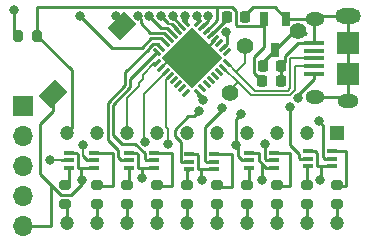
<source format=gbr>
%TF.GenerationSoftware,KiCad,Pcbnew,9.0.3*%
%TF.CreationDate,2025-08-22T13:27:39-06:00*%
%TF.ProjectId,SWAG_BAR_LED_ARM,53574147-5f42-4415-925f-4c45445f4152,rev?*%
%TF.SameCoordinates,Original*%
%TF.FileFunction,Copper,L1,Top*%
%TF.FilePolarity,Positive*%
%FSLAX46Y46*%
G04 Gerber Fmt 4.6, Leading zero omitted, Abs format (unit mm)*
G04 Created by KiCad (PCBNEW 9.0.3) date 2025-08-22 13:27:39*
%MOMM*%
%LPD*%
G01*
G04 APERTURE LIST*
G04 Aperture macros list*
%AMRoundRect*
0 Rectangle with rounded corners*
0 $1 Rounding radius*
0 $2 $3 $4 $5 $6 $7 $8 $9 X,Y pos of 4 corners*
0 Add a 4 corners polygon primitive as box body*
4,1,4,$2,$3,$4,$5,$6,$7,$8,$9,$2,$3,0*
0 Add four circle primitives for the rounded corners*
1,1,$1+$1,$2,$3*
1,1,$1+$1,$4,$5*
1,1,$1+$1,$6,$7*
1,1,$1+$1,$8,$9*
0 Add four rect primitives between the rounded corners*
20,1,$1+$1,$2,$3,$4,$5,0*
20,1,$1+$1,$4,$5,$6,$7,0*
20,1,$1+$1,$6,$7,$8,$9,0*
20,1,$1+$1,$8,$9,$2,$3,0*%
%AMRotRect*
0 Rectangle, with rotation*
0 The origin of the aperture is its center*
0 $1 length*
0 $2 width*
0 $3 Rotation angle, in degrees counterclockwise*
0 Add horizontal line*
21,1,$1,$2,0,0,$3*%
G04 Aperture macros list end*
%TA.AperFunction,ComponentPad*%
%ADD10C,1.400000*%
%TD*%
%TA.AperFunction,SMDPad,CuDef*%
%ADD11RoundRect,0.225000X-0.225000X-0.250000X0.225000X-0.250000X0.225000X0.250000X-0.225000X0.250000X0*%
%TD*%
%TA.AperFunction,SMDPad,CuDef*%
%ADD12RoundRect,0.200000X0.200000X0.275000X-0.200000X0.275000X-0.200000X-0.275000X0.200000X-0.275000X0*%
%TD*%
%TA.AperFunction,SMDPad,CuDef*%
%ADD13R,1.750000X0.450000*%
%TD*%
%TA.AperFunction,ComponentPad*%
%ADD14O,1.800000X1.150000*%
%TD*%
%TA.AperFunction,ComponentPad*%
%ADD15O,1.600000X1.200000*%
%TD*%
%TA.AperFunction,SMDPad,CuDef*%
%ADD16R,1.900000X1.900000*%
%TD*%
%TA.AperFunction,ComponentPad*%
%ADD17O,2.200000X1.300000*%
%TD*%
%TA.AperFunction,SMDPad,CuDef*%
%ADD18R,0.838200X0.355600*%
%TD*%
%TA.AperFunction,SMDPad,CuDef*%
%ADD19RoundRect,0.200000X0.275000X-0.200000X0.275000X0.200000X-0.275000X0.200000X-0.275000X-0.200000X0*%
%TD*%
%TA.AperFunction,SMDPad,CuDef*%
%ADD20RoundRect,0.062500X-0.282843X0.194454X0.194454X-0.282843X0.282843X-0.194454X-0.194454X0.282843X0*%
%TD*%
%TA.AperFunction,SMDPad,CuDef*%
%ADD21RoundRect,0.062500X-0.282843X-0.194454X-0.194454X-0.282843X0.282843X0.194454X0.194454X0.282843X0*%
%TD*%
%TA.AperFunction,SMDPad,CuDef*%
%ADD22RotRect,3.600000X3.600000X315.000000*%
%TD*%
%TA.AperFunction,ComponentPad*%
%ADD23R,1.700000X1.700000*%
%TD*%
%TA.AperFunction,ComponentPad*%
%ADD24O,1.700000X1.700000*%
%TD*%
%TA.AperFunction,SMDPad,CuDef*%
%ADD25RotRect,2.006600X1.498600X225.000000*%
%TD*%
%TA.AperFunction,SMDPad,CuDef*%
%ADD26R,0.650000X1.220000*%
%TD*%
%TA.AperFunction,ComponentPad*%
%ADD27R,1.200000X1.200000*%
%TD*%
%TA.AperFunction,ComponentPad*%
%ADD28C,1.200000*%
%TD*%
%TA.AperFunction,ViaPad*%
%ADD29C,0.800000*%
%TD*%
%TA.AperFunction,Conductor*%
%ADD30C,0.200000*%
%TD*%
%TA.AperFunction,Conductor*%
%ADD31C,0.250000*%
%TD*%
G04 APERTURE END LIST*
D10*
%TO.P,TP3,1,1*%
%TO.N,/D-*%
X96000000Y-96650000D03*
%TD*%
%TO.P,TP2,1,1*%
%TO.N,+5V*%
X101800000Y-91450000D03*
%TD*%
%TO.P,TP1,1,1*%
%TO.N,/D+*%
X97300000Y-92700000D03*
%TD*%
D11*
%TO.P,C1,1*%
%TO.N,+5V*%
X98806000Y-94386400D03*
%TO.P,C1,2*%
%TO.N,GND*%
X100356000Y-94386400D03*
%TD*%
D12*
%TO.P,R12,1*%
%TO.N,+3V3*%
X79666600Y-91846400D03*
%TO.P,R12,2*%
%TO.N,/SWCLK*%
X78016600Y-91846400D03*
%TD*%
D13*
%TO.P,J3,1,VBUS*%
%TO.N,+5V*%
X103129000Y-95026000D03*
%TO.P,J3,2,D-*%
%TO.N,/D-*%
X103129000Y-94376000D03*
%TO.P,J3,3,D+*%
%TO.N,/D+*%
X103129000Y-93726000D03*
%TO.P,J3,4,ID*%
%TO.N,unconnected-(J3-ID-Pad4)*%
X103129000Y-93076000D03*
%TO.P,J3,5,GND*%
%TO.N,GND*%
X103129000Y-92426000D03*
D14*
%TO.P,J3,6,Shield*%
X105979000Y-97326000D03*
D15*
X103179000Y-97026000D03*
D16*
X105979000Y-95026000D03*
X105979000Y-92426000D03*
D15*
X103179000Y-90426000D03*
D17*
X105979000Y-90126000D03*
%TD*%
D18*
%TO.P,U9,1,SOURCE1*%
%TO.N,GND*%
X84480400Y-103011999D03*
%TO.P,U9,2,GATE1*%
%TO.N,/Sig_L9*%
X84480400Y-102362000D03*
%TO.P,U9,3,DRAIN2*%
%TO.N,Net-(U9-DRAIN2)*%
X84480400Y-101712001D03*
%TO.P,U9,4,SOURCE2*%
%TO.N,GND*%
X82397600Y-101712001D03*
%TO.P,U9,5,GATE2*%
%TO.N,/Sig_L8*%
X82397600Y-102362000D03*
%TO.P,U9,6,DRAIN1*%
%TO.N,Net-(U9-DRAIN1)*%
X82397600Y-103011999D03*
%TD*%
%TO.P,U4,1,SOURCE1*%
%TO.N,GND*%
X99720400Y-103011999D03*
%TO.P,U4,2,GATE1*%
%TO.N,/Sig_L3*%
X99720400Y-102362000D03*
%TO.P,U4,3,DRAIN2*%
%TO.N,Net-(U4-DRAIN2)*%
X99720400Y-101712001D03*
%TO.P,U4,4,SOURCE2*%
%TO.N,GND*%
X97637600Y-101712001D03*
%TO.P,U4,5,GATE2*%
%TO.N,/Sig_L2*%
X97637600Y-102362000D03*
%TO.P,U4,6,DRAIN1*%
%TO.N,Net-(U4-DRAIN1)*%
X97637600Y-103011999D03*
%TD*%
D19*
%TO.P,R2,1*%
%TO.N,/L6*%
X89789000Y-106108000D03*
%TO.P,R2,2*%
%TO.N,Net-(U10-DRAIN2)*%
X89789000Y-104458000D03*
%TD*%
D11*
%TO.P,C3,1*%
%TO.N,Net-(U5-VDDCORE)*%
X95745000Y-90220800D03*
%TO.P,C3,2*%
%TO.N,GND*%
X97295000Y-90220800D03*
%TD*%
D19*
%TO.P,R7,1*%
%TO.N,/L9*%
X82042000Y-106108000D03*
%TO.P,R7,2*%
%TO.N,Net-(U9-DRAIN1)*%
X82042000Y-104458000D03*
%TD*%
%TO.P,R10,1*%
%TO.N,/L1*%
X102489000Y-106108000D03*
%TO.P,R10,2*%
%TO.N,Net-(U2-DRAIN1)*%
X102489000Y-104458000D03*
%TD*%
D20*
%TO.P,U5,1,PA00*%
%TO.N,/Sig_L0*%
X92316625Y-90705352D03*
%TO.P,U5,2,PA01*%
%TO.N,/Sig_L1*%
X91963072Y-91058905D03*
%TO.P,U5,3,PA02*%
%TO.N,/Sig_L2*%
X91609518Y-91412458D03*
%TO.P,U5,4,PA03*%
%TO.N,/Sig_L3*%
X91255965Y-91766012D03*
%TO.P,U5,5,PA04*%
%TO.N,/Sig_L4*%
X90902412Y-92119565D03*
%TO.P,U5,6,PA05*%
%TO.N,/Sig_L5*%
X90548858Y-92473118D03*
%TO.P,U5,7,PA06*%
%TO.N,/Sig_L6*%
X90195305Y-92826672D03*
%TO.P,U5,8,PA07*%
%TO.N,/Sig_L7*%
X89841752Y-93180225D03*
D21*
%TO.P,U5,9,VDDANA*%
%TO.N,+3V3*%
X89841752Y-94170175D03*
%TO.P,U5,10,GND*%
%TO.N,GND*%
X90195305Y-94523728D03*
%TO.P,U5,11,PA08*%
%TO.N,/Sig_L8*%
X90548858Y-94877282D03*
%TO.P,U5,12,PA09*%
%TO.N,/Sig_L9*%
X90902412Y-95230835D03*
%TO.P,U5,13,PA10*%
%TO.N,unconnected-(U5-PA10-Pad13)*%
X91255965Y-95584388D03*
%TO.P,U5,14,PA11*%
%TO.N,unconnected-(U5-PA11-Pad14)*%
X91609518Y-95937942D03*
%TO.P,U5,15,PA14*%
%TO.N,unconnected-(U5-PA14-Pad15)*%
X91963072Y-96291495D03*
%TO.P,U5,16,PA15*%
%TO.N,unconnected-(U5-PA15-Pad16)*%
X92316625Y-96645048D03*
D20*
%TO.P,U5,17,PA16*%
%TO.N,/SW_1*%
X93306575Y-96645048D03*
%TO.P,U5,18,PA17*%
%TO.N,unconnected-(U5-PA17-Pad18)*%
X93660128Y-96291495D03*
%TO.P,U5,19,PA18*%
%TO.N,unconnected-(U5-PA18-Pad19)*%
X94013682Y-95937942D03*
%TO.P,U5,20,PA19*%
%TO.N,unconnected-(U5-PA19-Pad20)*%
X94367235Y-95584388D03*
%TO.P,U5,21,PA22*%
%TO.N,unconnected-(U5-PA22-Pad21)*%
X94720788Y-95230835D03*
%TO.P,U5,22,PA23*%
%TO.N,unconnected-(U5-PA23-Pad22)*%
X95074342Y-94877282D03*
%TO.P,U5,23,PA24*%
%TO.N,/D-*%
X95427895Y-94523728D03*
%TO.P,U5,24,PA25*%
%TO.N,/D+*%
X95781448Y-94170175D03*
D21*
%TO.P,U5,25,PA27*%
%TO.N,unconnected-(U5-PA27-Pad25)*%
X95781448Y-93180225D03*
%TO.P,U5,26,~{RESET}*%
%TO.N,/RST*%
X95427895Y-92826672D03*
%TO.P,U5,27,PA28*%
%TO.N,unconnected-(U5-PA28-Pad27)*%
X95074342Y-92473118D03*
%TO.P,U5,28,GND*%
%TO.N,GND*%
X94720788Y-92119565D03*
%TO.P,U5,29,VDDCORE*%
%TO.N,Net-(U5-VDDCORE)*%
X94367235Y-91766012D03*
%TO.P,U5,30,VDDIN*%
%TO.N,+3V3*%
X94013682Y-91412458D03*
%TO.P,U5,31,PA30*%
%TO.N,/SWCLK*%
X93660128Y-91058905D03*
%TO.P,U5,32,PA31*%
%TO.N,/SWDIO*%
X93306575Y-90705352D03*
D22*
%TO.P,U5,33,EP*%
%TO.N,GND*%
X92811600Y-93675200D03*
%TD*%
D23*
%TO.P,J1,1,Pin_1*%
%TO.N,/SWDIO*%
X78435200Y-97790000D03*
D24*
%TO.P,J1,2,Pin_2*%
%TO.N,/SWCLK*%
X78435200Y-100330000D03*
%TO.P,J1,3,Pin_3*%
%TO.N,/RST*%
X78435200Y-102870000D03*
%TO.P,J1,4,Pin_4*%
%TO.N,+3V3*%
X78435200Y-105410000D03*
%TO.P,J1,5,Pin_5*%
%TO.N,GND*%
X78435200Y-107950000D03*
%TD*%
D19*
%TO.P,R8,1*%
%TO.N,/L3*%
X97409000Y-106108000D03*
%TO.P,R8,2*%
%TO.N,Net-(U4-DRAIN1)*%
X97409000Y-104458000D03*
%TD*%
%TO.P,R4,1*%
%TO.N,/L5*%
X92329000Y-106108000D03*
%TO.P,R4,2*%
%TO.N,Net-(U8-DRAIN1)*%
X92329000Y-104458000D03*
%TD*%
%TO.P,R11,1*%
%TO.N,/L8*%
X84709000Y-106108000D03*
%TO.P,R11,2*%
%TO.N,Net-(U9-DRAIN2)*%
X84709000Y-104458000D03*
%TD*%
%TO.P,R9,1*%
%TO.N,/L0*%
X105029000Y-106108000D03*
%TO.P,R9,2*%
%TO.N,Net-(U2-DRAIN2)*%
X105029000Y-104458000D03*
%TD*%
D25*
%TO.P,SW1,1,1*%
%TO.N,/SW_1*%
X86820737Y-90979263D03*
%TO.P,SW1,2,2*%
%TO.N,GND*%
X81022463Y-96777537D03*
%TD*%
D18*
%TO.P,U2,1,SOURCE1*%
%TO.N,GND*%
X104673400Y-102884999D03*
%TO.P,U2,2,GATE1*%
%TO.N,/Sig_L1*%
X104673400Y-102235000D03*
%TO.P,U2,3,DRAIN2*%
%TO.N,Net-(U2-DRAIN2)*%
X104673400Y-101585001D03*
%TO.P,U2,4,SOURCE2*%
%TO.N,GND*%
X102590600Y-101585001D03*
%TO.P,U2,5,GATE2*%
%TO.N,/Sig_L0*%
X102590600Y-102235000D03*
%TO.P,U2,6,DRAIN1*%
%TO.N,Net-(U2-DRAIN1)*%
X102590600Y-102884999D03*
%TD*%
%TO.P,U10,1,SOURCE1*%
%TO.N,GND*%
X89560400Y-103011999D03*
%TO.P,U10,2,GATE1*%
%TO.N,/Sig_L7*%
X89560400Y-102362000D03*
%TO.P,U10,3,DRAIN2*%
%TO.N,Net-(U10-DRAIN2)*%
X89560400Y-101712001D03*
%TO.P,U10,4,SOURCE2*%
%TO.N,GND*%
X87477600Y-101712001D03*
%TO.P,U10,5,GATE2*%
%TO.N,/Sig_L6*%
X87477600Y-102362000D03*
%TO.P,U10,6,DRAIN1*%
%TO.N,Net-(U10-DRAIN1)*%
X87477600Y-103011999D03*
%TD*%
D11*
%TO.P,C2,1*%
%TO.N,+3V3*%
X98742200Y-95656400D03*
%TO.P,C2,2*%
%TO.N,GND*%
X100292200Y-95656400D03*
%TD*%
D19*
%TO.P,R5,1*%
%TO.N,/L4*%
X94869000Y-106108000D03*
%TO.P,R5,2*%
%TO.N,Net-(U8-DRAIN2)*%
X94869000Y-104458000D03*
%TD*%
%TO.P,R6,1*%
%TO.N,/L7*%
X87249000Y-106108000D03*
%TO.P,R6,2*%
%TO.N,Net-(U10-DRAIN1)*%
X87249000Y-104458000D03*
%TD*%
D26*
%TO.P,U1,1,GND*%
%TO.N,GND*%
X100772000Y-90384000D03*
%TO.P,U1,2,VO*%
%TO.N,+3V3*%
X98872000Y-90384000D03*
%TO.P,U1,3,VI*%
%TO.N,+5V*%
X99822000Y-93004000D03*
%TD*%
D19*
%TO.P,R3,1*%
%TO.N,/L2*%
X99949000Y-106108000D03*
%TO.P,R3,2*%
%TO.N,Net-(U4-DRAIN2)*%
X99949000Y-104458000D03*
%TD*%
D18*
%TO.P,U8,1,SOURCE1*%
%TO.N,GND*%
X94640400Y-103138999D03*
%TO.P,U8,2,GATE1*%
%TO.N,/Sig_L5*%
X94640400Y-102489000D03*
%TO.P,U8,3,DRAIN2*%
%TO.N,Net-(U8-DRAIN2)*%
X94640400Y-101839001D03*
%TO.P,U8,4,SOURCE2*%
%TO.N,GND*%
X92557600Y-101839001D03*
%TO.P,U8,5,GATE2*%
%TO.N,/Sig_L4*%
X92557600Y-102489000D03*
%TO.P,U8,6,DRAIN1*%
%TO.N,Net-(U8-DRAIN1)*%
X92557600Y-103138999D03*
%TD*%
D27*
%TO.P,BAR1,1,A*%
%TO.N,+3V3*%
X105048500Y-100056500D03*
D28*
%TO.P,BAR1,2,A*%
X102508500Y-100056500D03*
%TO.P,BAR1,3,A*%
X99968500Y-100056500D03*
%TO.P,BAR1,4,A*%
X97428500Y-100056500D03*
%TO.P,BAR1,5,A*%
X94888500Y-100056500D03*
%TO.P,BAR1,6,A*%
X92348500Y-100056500D03*
%TO.P,BAR1,7,A*%
X89808500Y-100056500D03*
%TO.P,BAR1,8,A*%
X87268500Y-100056500D03*
%TO.P,BAR1,9,A*%
X84728500Y-100056500D03*
%TO.P,BAR1,10,A*%
X82188500Y-100056500D03*
%TO.P,BAR1,11,K*%
%TO.N,/L9*%
X82188500Y-107676500D03*
%TO.P,BAR1,12,K*%
%TO.N,/L8*%
X84728500Y-107676500D03*
%TO.P,BAR1,13,K*%
%TO.N,/L7*%
X87268500Y-107676500D03*
%TO.P,BAR1,14,K*%
%TO.N,/L6*%
X89808500Y-107676500D03*
%TO.P,BAR1,15,K*%
%TO.N,/L5*%
X92348500Y-107676500D03*
%TO.P,BAR1,16,K*%
%TO.N,/L4*%
X94888500Y-107676500D03*
%TO.P,BAR1,17,K*%
%TO.N,/L3*%
X97428500Y-107676500D03*
%TO.P,BAR1,18,K*%
%TO.N,/L2*%
X99968500Y-107676500D03*
%TO.P,BAR1,19,K*%
%TO.N,/L1*%
X102508500Y-107676500D03*
%TO.P,BAR1,20,K*%
%TO.N,/L0*%
X105048500Y-107676500D03*
%TD*%
D29*
%TO.N,+5V*%
X101784553Y-97135995D03*
%TO.N,/SWDIO*%
X93170397Y-90132500D03*
%TO.N,/SWCLK*%
X77673200Y-89662000D03*
X94169900Y-90132500D03*
%TO.N,GND*%
X88519000Y-103886000D03*
X92811600Y-93675200D03*
X83439000Y-104013000D03*
X103632000Y-104013000D03*
X98679000Y-104013000D03*
X93599000Y-104013000D03*
%TO.N,/RST*%
X95632674Y-91525171D03*
%TO.N,/Sig_L1*%
X103505000Y-99060000D03*
X91171391Y-90132500D03*
%TO.N,/Sig_L0*%
X92170894Y-90132500D03*
X101087601Y-97852418D03*
%TO.N,/Sig_L8*%
X88803124Y-100780607D03*
X80782949Y-102359649D03*
%TO.N,/SW_1*%
X93675200Y-97282000D03*
X86309200Y-90132000D03*
%TO.N,/Sig_L9*%
X90728800Y-100987501D03*
X83515200Y-101092000D03*
%TO.N,/Sig_L2*%
X90171888Y-90132500D03*
X96520000Y-101092000D03*
X96926400Y-98450400D03*
%TO.N,/Sig_L3*%
X89172385Y-90132500D03*
X98990102Y-101021797D03*
%TO.N,/Sig_L4*%
X93364044Y-98231352D03*
X88188800Y-90119200D03*
%TO.N,/Sig_L5*%
X83341586Y-90132500D03*
X95315818Y-97923465D03*
%TD*%
D30*
%TO.N,/D-*%
X96000000Y-96450000D02*
X96677084Y-95772916D01*
X96000000Y-96650000D02*
X96000000Y-96450000D01*
X97779767Y-96875600D02*
X96677084Y-95772916D01*
D31*
%TO.N,/Sig_L5*%
X93853000Y-99568000D02*
X95315818Y-98105182D01*
X95315818Y-98105182D02*
X95315818Y-97972585D01*
X93971300Y-102489000D02*
X93853000Y-102370700D01*
X94640400Y-102489000D02*
X93971300Y-102489000D01*
X93853000Y-102370700D02*
X93853000Y-99568000D01*
D30*
%TO.N,/D+*%
X97300000Y-94150000D02*
X96537800Y-94912200D01*
X97300000Y-92700000D02*
X97300000Y-94150000D01*
X96537800Y-94912200D02*
X98094800Y-96469200D01*
D31*
%TO.N,+5V*%
X98806000Y-94020000D02*
X99822000Y-93004000D01*
X103129000Y-95026000D02*
X102967000Y-95026000D01*
X101784553Y-96843447D02*
X101784553Y-97135995D01*
X98806000Y-94386400D02*
X98806000Y-94020000D01*
X103129000Y-95499000D02*
X101784553Y-96843447D01*
X101132000Y-91694000D02*
X99822000Y-93004000D01*
X102404500Y-91601498D02*
X102311998Y-91694000D01*
X103129000Y-95026000D02*
X103129000Y-95499000D01*
X102311998Y-91694000D02*
X101132000Y-91694000D01*
%TO.N,Net-(U5-VDDCORE)*%
X94367235Y-91766012D02*
X95745000Y-90388247D01*
X95745000Y-90388247D02*
X95745000Y-90220800D01*
%TO.N,/SWDIO*%
X93306575Y-90268678D02*
X93170397Y-90132500D01*
X93306575Y-90705352D02*
X93306575Y-90268678D01*
%TO.N,/SWCLK*%
X94169900Y-90549133D02*
X94169900Y-90132500D01*
X78016600Y-91846400D02*
X78016600Y-91783400D01*
X77673200Y-91440000D02*
X77673200Y-89662000D01*
X78016600Y-91783400D02*
X77673200Y-91440000D01*
X93660128Y-91058905D02*
X94169900Y-90549133D01*
%TO.N,GND*%
X80814469Y-104447252D02*
X81650217Y-105283000D01*
X83141211Y-101859689D02*
X82993523Y-101712001D01*
X99720400Y-103011999D02*
X99051300Y-103011999D01*
X93301211Y-101913512D02*
X93301211Y-103124000D01*
X83424001Y-103011999D02*
X83424001Y-103998001D01*
X99051300Y-103011999D02*
X98730651Y-102691349D01*
X81022463Y-96777537D02*
X81022463Y-98174537D01*
X89560400Y-103011999D02*
X88533999Y-103011999D01*
X97295000Y-90055400D02*
X97942400Y-89408000D01*
X105979000Y-95026000D02*
X105979000Y-97326000D01*
X93584001Y-103138999D02*
X93584001Y-103998001D01*
X105679000Y-97026000D02*
X105979000Y-97326000D01*
X93165153Y-93675200D02*
X92811600Y-93675200D01*
X103186523Y-101585001D02*
X102590600Y-101585001D01*
X100814000Y-90426000D02*
X100772000Y-90384000D01*
X79908400Y-99288600D02*
X79908400Y-103541183D01*
X81022463Y-98174537D02*
X79908400Y-99288600D01*
X81650217Y-105283000D02*
X82550000Y-105283000D01*
X98410001Y-101712001D02*
X97637600Y-101712001D01*
X80814469Y-107941669D02*
X80822800Y-107950000D01*
X88533999Y-103011999D02*
X88533999Y-103871001D01*
D30*
X90195305Y-94523728D02*
X91043833Y-93675200D01*
D31*
X80822800Y-107950000D02*
X78435200Y-107950000D01*
X103479000Y-90126000D02*
X103179000Y-90426000D01*
X79908400Y-103541183D02*
X80814469Y-104447252D01*
X103744001Y-102884999D02*
X103392999Y-102884999D01*
X93584001Y-103998001D02*
X93599000Y-104013000D01*
X88533999Y-103011999D02*
X88236210Y-103011999D01*
X97942400Y-89408000D02*
X99796000Y-89408000D01*
X105979000Y-92426000D02*
X105979000Y-95026000D01*
X93584001Y-103138999D02*
X94640400Y-103138999D01*
X93301211Y-103124000D02*
X93316210Y-103138999D01*
X103179000Y-97026000D02*
X105679000Y-97026000D01*
X103179000Y-90426000D02*
X100814000Y-90426000D01*
X80814469Y-104447252D02*
X80814469Y-107941669D01*
X98730651Y-102691349D02*
X98730651Y-103961349D01*
D30*
X91043833Y-93675200D02*
X92811600Y-93675200D01*
D31*
X94720788Y-92119565D02*
X93165153Y-93675200D01*
X104673400Y-102884999D02*
X103744001Y-102884999D01*
X88073523Y-101712001D02*
X87477600Y-101712001D01*
X100292200Y-95656400D02*
X100292200Y-94450200D01*
D30*
X90195305Y-94523728D02*
X90089241Y-94523728D01*
D31*
X103129000Y-92426000D02*
X103129000Y-90476000D01*
X98425000Y-102385699D02*
X98425000Y-101727000D01*
X100292200Y-94450200D02*
X100356000Y-94386400D01*
X97295000Y-90373200D02*
X97295000Y-90055400D01*
X100667000Y-94075400D02*
X100667000Y-93549959D01*
X88221211Y-102997000D02*
X88221211Y-101859689D01*
X100356000Y-94386400D02*
X100667000Y-94075400D01*
X103129000Y-90476000D02*
X103179000Y-90426000D01*
X83439000Y-104394000D02*
X83439000Y-104013000D01*
X92557600Y-101839001D02*
X93226700Y-101839001D01*
X83156210Y-103011999D02*
X83141211Y-102997000D01*
X88533999Y-103871001D02*
X88519000Y-103886000D01*
X84480400Y-103011999D02*
X83424001Y-103011999D01*
X98730651Y-103961349D02*
X98679000Y-104013000D01*
X83424001Y-103011999D02*
X83156210Y-103011999D01*
X100667000Y-93549959D02*
X101790959Y-92426000D01*
X82993523Y-101712001D02*
X82397600Y-101712001D01*
X103378000Y-101776478D02*
X103186523Y-101585001D01*
X105979000Y-90126000D02*
X105979000Y-92426000D01*
X83424001Y-103998001D02*
X83439000Y-104013000D01*
X103744001Y-103900999D02*
X103632000Y-104013000D01*
X101790959Y-92426000D02*
X103129000Y-92426000D01*
X103392999Y-102884999D02*
X103378000Y-102870000D01*
X83141211Y-102997000D02*
X83141211Y-101859689D01*
X88221211Y-101859689D02*
X88073523Y-101712001D01*
X98425000Y-101727000D02*
X98410001Y-101712001D01*
X103744001Y-102884999D02*
X103744001Y-103900999D01*
X82550000Y-105283000D02*
X83439000Y-104394000D01*
X88236210Y-103011999D02*
X88221211Y-102997000D01*
X98730651Y-102691349D02*
X98425000Y-102385699D01*
X105979000Y-90126000D02*
X103479000Y-90126000D01*
X93316210Y-103138999D02*
X93584001Y-103138999D01*
X99796000Y-89408000D02*
X100772000Y-90384000D01*
X103378000Y-102870000D02*
X103378000Y-101776478D01*
X93226700Y-101839001D02*
X93301211Y-101913512D01*
%TO.N,/L9*%
X82188500Y-106254500D02*
X82042000Y-106108000D01*
X82188500Y-107676500D02*
X82188500Y-106254500D01*
%TO.N,/L8*%
X84709000Y-107657000D02*
X84728500Y-107676500D01*
X84709000Y-106108000D02*
X84709000Y-107657000D01*
%TO.N,/L7*%
X87249000Y-107657000D02*
X87268500Y-107676500D01*
X87249000Y-106108000D02*
X87249000Y-107657000D01*
%TO.N,/L6*%
X89789000Y-106108000D02*
X89789000Y-107657000D01*
X89789000Y-107657000D02*
X89808500Y-107676500D01*
%TO.N,/L5*%
X92329000Y-106108000D02*
X92329000Y-107657000D01*
X92329000Y-107657000D02*
X92348500Y-107676500D01*
D30*
%TO.N,+3V3*%
X88296500Y-95807888D02*
X88296500Y-96074936D01*
X89841752Y-94170175D02*
X89573425Y-94170175D01*
D31*
X79654400Y-89408000D02*
X79666600Y-89420200D01*
X94894400Y-89408000D02*
X79654400Y-89408000D01*
X96608800Y-91020800D02*
X98834000Y-91020800D01*
X98031000Y-93637400D02*
X98872000Y-92796400D01*
X79666600Y-89420200D02*
X79666600Y-91846400D01*
X97428500Y-100056500D02*
X97790000Y-99695000D01*
X82586738Y-94766538D02*
X82586738Y-99658262D01*
X98834000Y-91020800D02*
X98872000Y-90982800D01*
X96191252Y-89408000D02*
X96520000Y-89736748D01*
X98845000Y-90411000D02*
X98872000Y-90384000D01*
X79666600Y-91846400D02*
X82586738Y-94766538D01*
D30*
X89573425Y-94170175D02*
X88595200Y-95148400D01*
D31*
X98742200Y-95656400D02*
X98031000Y-94945200D01*
D30*
X88595200Y-95148400D02*
X88595200Y-95509188D01*
D31*
X96520000Y-90932000D02*
X96608800Y-91020800D01*
X98872000Y-92796400D02*
X98872000Y-91389200D01*
D30*
X88296500Y-96074936D02*
X87268500Y-97102936D01*
X88595200Y-95509188D02*
X88296500Y-95807888D01*
D31*
X94013682Y-91412458D02*
X94894400Y-90531740D01*
X98872000Y-91389200D02*
X98872000Y-90384000D01*
X96520000Y-89736748D02*
X96520000Y-90932000D01*
D30*
X87268500Y-97102936D02*
X87268500Y-100056500D01*
D31*
X98031000Y-94945200D02*
X98031000Y-93637400D01*
X94894400Y-89408000D02*
X96191252Y-89408000D01*
X82586738Y-99658262D02*
X82188500Y-100056500D01*
X94894400Y-90531740D02*
X94894400Y-89408000D01*
D30*
%TO.N,/D-*%
X96677084Y-95772916D02*
X95427895Y-94523728D01*
X101048086Y-96875600D02*
X97779767Y-96875600D01*
X103129000Y-94376000D02*
X101516400Y-94376000D01*
X101516400Y-94376000D02*
X101506000Y-94386400D01*
X101506000Y-96417685D02*
X101048086Y-96875600D01*
X101506000Y-94386400D02*
X101506000Y-96417685D01*
D31*
%TO.N,/L4*%
X94869000Y-106108000D02*
X94869000Y-107657000D01*
X94869000Y-107657000D02*
X94888500Y-107676500D01*
%TO.N,/L3*%
X97409000Y-107657000D02*
X97428500Y-107676500D01*
X97409000Y-106108000D02*
X97409000Y-107657000D01*
%TO.N,/L2*%
X99949000Y-107657000D02*
X99968500Y-107676500D01*
X99949000Y-106108000D02*
X99949000Y-107657000D01*
%TO.N,/L1*%
X102489000Y-106108000D02*
X102489000Y-107657000D01*
X102489000Y-107657000D02*
X102508500Y-107676500D01*
%TO.N,/L0*%
X105029000Y-107657000D02*
X105048500Y-107676500D01*
X105029000Y-106108000D02*
X105029000Y-107657000D01*
D30*
%TO.N,/D+*%
X101092000Y-93726000D02*
X103129000Y-93726000D01*
X95781448Y-94170175D02*
X95795775Y-94170175D01*
X98094800Y-96469200D02*
X100888800Y-96469200D01*
X95795775Y-94170175D02*
X96537800Y-94912200D01*
X101106000Y-96252000D02*
X101106000Y-93740000D01*
X101106000Y-93740000D02*
X101092000Y-93726000D01*
X100888800Y-96469200D02*
X101106000Y-96252000D01*
D31*
%TO.N,Net-(U10-DRAIN2)*%
X91059000Y-101727000D02*
X91059000Y-104521000D01*
X89560400Y-101712001D02*
X91044001Y-101712001D01*
X89852000Y-104521000D02*
X89789000Y-104458000D01*
X91044001Y-101712001D02*
X91059000Y-101727000D01*
X91059000Y-104521000D02*
X89852000Y-104521000D01*
%TO.N,Net-(U4-DRAIN2)*%
X101092000Y-101727000D02*
X101092000Y-104521000D01*
X101077001Y-101712001D02*
X101092000Y-101727000D01*
X100012000Y-104521000D02*
X99949000Y-104458000D01*
X101092000Y-104521000D02*
X100012000Y-104521000D01*
X99720400Y-101712001D02*
X101077001Y-101712001D01*
%TO.N,Net-(U8-DRAIN1)*%
X92329000Y-104458000D02*
X92329000Y-103367599D01*
X92329000Y-103367599D02*
X92557600Y-103138999D01*
%TO.N,Net-(U8-DRAIN2)*%
X94640400Y-101839001D02*
X96124001Y-101839001D01*
X96139000Y-101854000D02*
X96139000Y-104648000D01*
X96139000Y-104648000D02*
X95059000Y-104648000D01*
X96124001Y-101839001D02*
X96139000Y-101854000D01*
X95059000Y-104648000D02*
X94869000Y-104458000D01*
%TO.N,Net-(U10-DRAIN1)*%
X87477600Y-104229400D02*
X87249000Y-104458000D01*
X87477600Y-103011999D02*
X87477600Y-104229400D01*
%TO.N,/RST*%
X95632674Y-91525171D02*
X95745909Y-91638406D01*
X95745909Y-91638406D02*
X95745909Y-92508658D01*
X95745909Y-92508658D02*
X95427895Y-92826672D01*
%TO.N,Net-(U9-DRAIN1)*%
X82397600Y-103011999D02*
X82397600Y-104102400D01*
X82397600Y-104102400D02*
X82042000Y-104458000D01*
%TO.N,Net-(U4-DRAIN1)*%
X97637600Y-103011999D02*
X97637600Y-104229400D01*
X97637600Y-104229400D02*
X97409000Y-104458000D01*
%TO.N,Net-(U2-DRAIN2)*%
X105092000Y-104521000D02*
X105029000Y-104458000D01*
X105791000Y-101600000D02*
X105791000Y-104521000D01*
X105791000Y-104521000D02*
X105092000Y-104521000D01*
X105776001Y-101585001D02*
X105791000Y-101600000D01*
X104673400Y-101585001D02*
X105776001Y-101585001D01*
%TO.N,/Sig_L1*%
X91171391Y-90267224D02*
X91171391Y-90132500D01*
X91963072Y-91058905D02*
X91171391Y-90267224D01*
X104673400Y-102235000D02*
X104004300Y-102235000D01*
X103886000Y-102116700D02*
X103886000Y-99441000D01*
X103886000Y-99441000D02*
X103505000Y-99060000D01*
X104004300Y-102235000D02*
X103886000Y-102116700D01*
%TO.N,/Sig_L0*%
X101921500Y-102235000D02*
X101854000Y-102167500D01*
X101854000Y-102167500D02*
X101854000Y-101981000D01*
X101087601Y-101086883D02*
X101473359Y-101472641D01*
X92316625Y-90705352D02*
X92316625Y-90278231D01*
X101854000Y-101981000D02*
X101854000Y-101854000D01*
X101854000Y-101854000D02*
X101473000Y-101473000D01*
X92316625Y-90278231D02*
X92170894Y-90132500D01*
X102590600Y-102235000D02*
X101921500Y-102235000D01*
X101087601Y-97852418D02*
X101087601Y-101086883D01*
%TO.N,Net-(U2-DRAIN1)*%
X102489000Y-104458000D02*
X102489000Y-102986599D01*
X102489000Y-102986599D02*
X102590600Y-102884999D01*
D30*
%TO.N,/Sig_L8*%
X88696800Y-96729340D02*
X88696800Y-100787200D01*
D31*
X82397600Y-102362000D02*
X81728500Y-102362000D01*
D30*
X88703393Y-100780607D02*
X88803124Y-100780607D01*
X88696800Y-100787200D02*
X88703393Y-100780607D01*
X80782949Y-102359649D02*
X82395249Y-102359649D01*
X82395249Y-102359649D02*
X82397600Y-102362000D01*
X90548858Y-94877282D02*
X88696800Y-96729340D01*
D31*
%TO.N,/SW_1*%
X86820737Y-90979263D02*
X86820737Y-90643537D01*
X86820737Y-90643537D02*
X86309200Y-90132000D01*
D30*
X93306575Y-96913375D02*
X93675200Y-97282000D01*
X93306575Y-96645048D02*
X93306575Y-96913375D01*
%TO.N,/Sig_L9*%
X90902412Y-95230835D02*
X90609398Y-95523849D01*
X90609398Y-99584605D02*
X90728800Y-99704007D01*
X90609398Y-95523849D02*
X90609398Y-99584605D01*
X83515200Y-101092000D02*
X83590731Y-101167531D01*
D31*
X83906844Y-102362000D02*
X84480400Y-102362000D01*
D30*
X90728800Y-99704007D02*
X90728800Y-100987501D01*
D31*
X83590731Y-102045887D02*
X83906844Y-102362000D01*
D30*
X83590731Y-101167531D02*
X83590731Y-102045887D01*
D31*
%TO.N,Net-(U9-DRAIN2)*%
X84480400Y-101712001D02*
X86091001Y-101712001D01*
X86106000Y-101727000D02*
X86106000Y-104521000D01*
X84772000Y-104521000D02*
X84709000Y-104458000D01*
X86106000Y-104521000D02*
X84772000Y-104521000D01*
X86091001Y-101712001D02*
X86106000Y-101727000D01*
%TO.N,/Sig_L2*%
X96503500Y-101075500D02*
X96520000Y-101092000D01*
X97637600Y-102362000D02*
X97041677Y-102362000D01*
X91125269Y-90857500D02*
X91609518Y-91341749D01*
X96647000Y-101219000D02*
X96520000Y-101092000D01*
X96647000Y-101967323D02*
X96647000Y-101219000D01*
X96503500Y-98873300D02*
X96503500Y-101075500D01*
D30*
X90983849Y-90857500D02*
X90948494Y-90857500D01*
D31*
X91125269Y-90857500D02*
X90983849Y-90857500D01*
X90171888Y-90132500D02*
X90171888Y-90158302D01*
X97041677Y-102362000D02*
X96647000Y-101967323D01*
D30*
X90722244Y-90708658D02*
X90757599Y-90708658D01*
D31*
X90171888Y-90158302D02*
X90722244Y-90708658D01*
D30*
X90948494Y-90857500D02*
X90923494Y-90832500D01*
D31*
X91609518Y-91341749D02*
X91609518Y-91412458D01*
X96926400Y-98450400D02*
X96503500Y-98873300D01*
D30*
X90757599Y-90708658D02*
X90782599Y-90733658D01*
D31*
%TO.N,/Sig_L3*%
X98990102Y-101021797D02*
X98976789Y-101035110D01*
X90172741Y-91158658D02*
X89172385Y-90158302D01*
X98976789Y-101035110D02*
X98976789Y-102287489D01*
X99051300Y-102362000D02*
X99720400Y-102362000D01*
X89172385Y-90158302D02*
X89172385Y-90132500D01*
X91255965Y-91766012D02*
X90648611Y-91158658D01*
X98976789Y-102287489D02*
X99051300Y-102362000D01*
X89172385Y-90353545D02*
X89172385Y-90132500D01*
X90648611Y-91158658D02*
X90172741Y-91158658D01*
%TO.N,/Sig_L4*%
X91813989Y-100830989D02*
X91813989Y-102414489D01*
X92456000Y-98641543D02*
X91313000Y-99784543D01*
X91313000Y-100330000D02*
X91813989Y-100830989D01*
X91313000Y-99784543D02*
X91313000Y-100330000D01*
X88447385Y-90787963D02*
X88447385Y-90377785D01*
X89268080Y-91608658D02*
X88447385Y-90787963D01*
X91813989Y-102414489D02*
X91888500Y-102489000D01*
X90902412Y-92119565D02*
X90391505Y-91608658D01*
X90391505Y-91608658D02*
X89268080Y-91608658D01*
X92953853Y-98641543D02*
X92456000Y-98641543D01*
X88447385Y-90377785D02*
X88188800Y-90119200D01*
X91888500Y-102489000D02*
X92557600Y-102489000D01*
X93364044Y-98231352D02*
X92953853Y-98641543D01*
%TO.N,/Sig_L5*%
X90548858Y-92473118D02*
X90134398Y-92058658D01*
X86038359Y-92829273D02*
X83341586Y-90132500D01*
X88531002Y-92829273D02*
X86038359Y-92829273D01*
X88531002Y-92829273D02*
X88531002Y-92849002D01*
X90134398Y-92058658D02*
X89301617Y-92058658D01*
X89301617Y-92058658D02*
X88531002Y-92829273D01*
%TO.N,/Sig_L6*%
X89103200Y-92913200D02*
X87122000Y-94894400D01*
X86556000Y-101542000D02*
X86556000Y-102108540D01*
X85653500Y-97480500D02*
X85653500Y-100639500D01*
X86556000Y-102108540D02*
X86555520Y-102109020D01*
X85653500Y-100639500D02*
X86556000Y-101542000D01*
X90195305Y-92826672D02*
X89877291Y-92508658D01*
X89488013Y-92508658D02*
X89103200Y-92893471D01*
X87122000Y-96012000D02*
X85653500Y-97480500D01*
X89877291Y-92508658D02*
X89488013Y-92508658D01*
X86555520Y-102109020D02*
X86808500Y-102362000D01*
X87122000Y-94894400D02*
X87122000Y-96012000D01*
X86808500Y-102362000D02*
X87477600Y-102362000D01*
X89103200Y-92893471D02*
X89103200Y-92913200D01*
%TO.N,/Sig_L7*%
X87979418Y-100981500D02*
X88773000Y-101775082D01*
X88891300Y-102362000D02*
X89560400Y-102362000D01*
X89841752Y-93180225D02*
X87572000Y-95449978D01*
X86856600Y-100981500D02*
X87979418Y-100981500D01*
X88773000Y-102243700D02*
X88891300Y-102362000D01*
X87572000Y-95449978D02*
X87572000Y-96198396D01*
X86103500Y-97666896D02*
X86103500Y-100228400D01*
X88773000Y-101775082D02*
X88773000Y-102243700D01*
X86103500Y-100228400D02*
X86856600Y-100981500D01*
X87572000Y-96198396D02*
X86103500Y-97666896D01*
%TD*%
M02*

</source>
